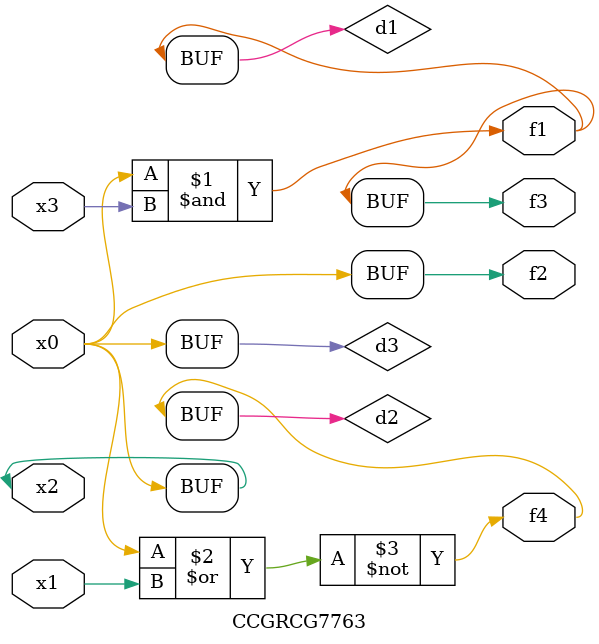
<source format=v>
module CCGRCG7763(
	input x0, x1, x2, x3,
	output f1, f2, f3, f4
);

	wire d1, d2, d3;

	and (d1, x2, x3);
	nor (d2, x0, x1);
	buf (d3, x0, x2);
	assign f1 = d1;
	assign f2 = d3;
	assign f3 = d1;
	assign f4 = d2;
endmodule

</source>
